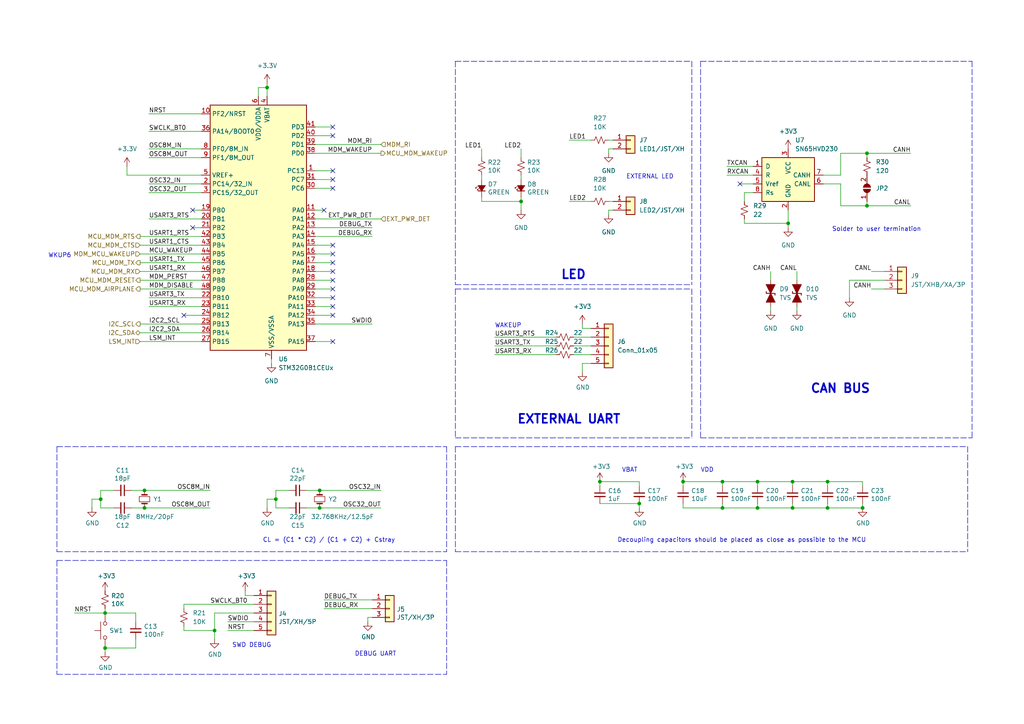
<source format=kicad_sch>
(kicad_sch (version 20211123) (generator eeschema)
  (paper "A4")
  (lib_symbols
    (symbol "+3.3V_1" (power) (pin_names (offset 0))
      (property "Value" "+3.3V_1" (at 0 3.556 0))
      (symbol "+3.3V_1_0_1"
        (polyline (pts (xy -0.762 1.27) (xy 0 2.54)))
        (polyline (pts (xy 0 0) (xy 0 2.54)))
        (polyline (pts (xy 0 2.54) (xy 0.762 1.27)))
      )
      (symbol "+3.3V_1_1_1"
        (pin power_in line (at 0 0 90) (length 0) hide (name "+3.3V") (number "1"))
      )
    )
    (symbol "Connector_Generic:Conn_01x02" (pin_names (offset 1.016) hide)
      (property "Reference" "J" (at 0 2.54 0))
      (property "Value" "Conn_01x02" (at 0 -5.08 0))
      (symbol "Conn_01x02_1_1"
        (rectangle (start -1.27 -2.413) (end 0 -2.667) (stroke (width 0.1524)))
        (rectangle (start -1.27 0.127) (end 0 -0.127) (stroke (width 0.1524)))
        (rectangle (start -1.27 1.27) (end 1.27 -3.81) (stroke (width 0.254)) (fill (type background)))
        (pin passive line (at -5.08 0 0) (length 3.81) (name "Pin_1") (number "1"))
        (pin passive line (at -5.08 -2.54 0) (length 3.81) (name "Pin_2") (number "2"))
      )
    )
    (symbol "Connector_Generic:Conn_01x03" (pin_names (offset 1.016) hide)
      (property "Reference" "J" (at 0 5.08 0))
      (property "Value" "Conn_01x03" (at 0 -5.08 0))
      (symbol "Conn_01x03_1_1"
        (rectangle (start -1.27 -2.413) (end 0 -2.667) (stroke (width 0.1524)))
        (rectangle (start -1.27 0.127) (end 0 -0.127) (stroke (width 0.1524)))
        (rectangle (start -1.27 2.667) (end 0 2.413) (stroke (width 0.1524)))
        (rectangle (start -1.27 3.81) (end 1.27 -3.81) (stroke (width 0.254)) (fill (type background)))
        (pin passive line (at -5.08 2.54 0) (length 3.81) (name "Pin_1") (number "1"))
        (pin passive line (at -5.08 0 0) (length 3.81) (name "Pin_2") (number "2"))
        (pin passive line (at -5.08 -2.54 0) (length 3.81) (name "Pin_3") (number "3"))
      )
    )
    (symbol "Connector_Generic:Conn_01x05" (pin_names (offset 1.016) hide)
      (property "Reference" "J" (at 0 7.62 0))
      (property "Value" "Conn_01x05" (at 0 -7.62 0))
      (symbol "Conn_01x05_1_1"
        (rectangle (start -1.27 -4.953) (end 0 -5.207) (stroke (width 0.1524)))
        (rectangle (start -1.27 -2.413) (end 0 -2.667) (stroke (width 0.1524)))
        (rectangle (start -1.27 0.127) (end 0 -0.127) (stroke (width 0.1524)))
        (rectangle (start -1.27 2.667) (end 0 2.413) (stroke (width 0.1524)))
        (rectangle (start -1.27 5.207) (end 0 4.953) (stroke (width 0.1524)))
        (rectangle (start -1.27 6.35) (end 1.27 -6.35) (stroke (width 0.254)) (fill (type background)))
        (pin passive line (at -5.08 5.08 0) (length 3.81) (name "Pin_1") (number "1"))
        (pin passive line (at -5.08 2.54 0) (length 3.81) (name "Pin_2") (number "2"))
        (pin passive line (at -5.08 0 0) (length 3.81) (name "Pin_3") (number "3"))
        (pin passive line (at -5.08 -2.54 0) (length 3.81) (name "Pin_4") (number "4"))
        (pin passive line (at -5.08 -5.08 0) (length 3.81) (name "Pin_5") (number "5"))
      )
    )
    (symbol "Device:C_Small" (pin_numbers hide) (pin_names (offset 0.254) hide)
      (property "Reference" "C" (at 0.254 1.778 0))
      (property "Value" "C_Small" (at 0.254 -2.032 0))
      (symbol "C_Small_0_1"
        (polyline (pts (xy -1.524 -0.508) (xy 1.524 -0.508)) (stroke (width 0.3302)))
        (polyline (pts (xy -1.524 0.508) (xy 1.524 0.508)) (stroke (width 0.3048)))
      )
      (symbol "C_Small_1_1"
        (pin passive line (at 0 2.54 270) (length 2.032) (name "~") (number "1"))
        (pin passive line (at 0 -2.54 90) (length 2.032) (name "~") (number "2"))
      )
    )
    (symbol "Device:Crystal_Small" (pin_numbers hide) (pin_names (offset 1.016) hide)
      (property "Reference" "Y" (at 0 2.54 0))
      (property "Value" "Crystal_Small" (at 0 -2.54 0))
      (symbol "Crystal_Small_0_1"
        (rectangle (start -0.762 -1.524) (end 0.762 1.524))
        (polyline (pts (xy -1.27 -0.762) (xy -1.27 0.762)) (stroke (width 0.381)))
        (polyline (pts (xy 1.27 -0.762) (xy 1.27 0.762)) (stroke (width 0.381)))
      )
      (symbol "Crystal_Small_1_1"
        (pin passive line (at -2.54 0 0) (length 1.27) (name "1") (number "1"))
        (pin passive line (at 2.54 0 180) (length 1.27) (name "2") (number "2"))
      )
    )
    (symbol "Device:D_TVS_Filled" (pin_numbers hide) (pin_names (offset 1.016) hide)
      (property "Reference" "D" (at 0 2.54 0))
      (property "Value" "D_TVS_Filled" (at 0 -2.54 0))
      (symbol "D_TVS_Filled_0_1"
        (polyline (pts (xy 1.27 0) (xy -1.27 0)))
        (polyline (pts (xy -2.54 -1.27) (xy 0 0) (xy -2.54 1.27) (xy -2.54 -1.27)) (stroke (width 0.254)) (fill (type outline)))
        (polyline (pts (xy 0.508 1.27) (xy 0 1.27) (xy 0 -1.27) (xy -0.508 -1.27)) (stroke (width 0.254)))
        (polyline (pts (xy 2.54 1.27) (xy 2.54 -1.27) (xy 0 0) (xy 2.54 1.27)) (stroke (width 0.254)) (fill (type outline)))
      )
      (symbol "D_TVS_Filled_1_1"
        (pin passive line (at -3.81 0 0) (length 2.54) (name "A1") (number "1"))
        (pin passive line (at 3.81 0 180) (length 2.54) (name "A2") (number "2"))
      )
    )
    (symbol "Device:LED_Small_Filled" (pin_numbers hide) (pin_names (offset 0.254) hide)
      (property "Reference" "D" (at -1.27 3.175 0))
      (property "Value" "LED_Small_Filled" (at -4.445 -2.54 0))
      (symbol "LED_Small_Filled_0_1"
        (polyline (pts (xy -0.762 -1.016) (xy -0.762 1.016)) (stroke (width 0.254)))
        (polyline (pts (xy 1.016 0) (xy -0.762 0)))
        (polyline (pts (xy 0.762 -1.016) (xy -0.762 0) (xy 0.762 1.016) (xy 0.762 -1.016)) (stroke (width 0.254)) (fill (type outline)))
        (polyline (pts (xy 0 0.762) (xy -0.508 1.27) (xy -0.254 1.27) (xy -0.508 1.27) (xy -0.508 1.016)))
        (polyline (pts (xy 0.508 1.27) (xy 0 1.778) (xy 0.254 1.778) (xy 0 1.778) (xy 0 1.524)))
      )
      (symbol "LED_Small_Filled_1_1"
        (pin passive line (at -2.54 0 0) (length 1.778) (name "K") (number "1"))
        (pin passive line (at 2.54 0 180) (length 1.778) (name "A") (number "2"))
      )
    )
    (symbol "Device:R_Small_US" (pin_numbers hide) (pin_names (offset 0.254) hide)
      (property "Reference" "R" (at 0.762 0.508 0))
      (property "Value" "R_Small_US" (at 0.762 -1.016 0))
      (symbol "R_Small_US_1_1"
        (polyline (pts (xy 0 0) (xy 1.016 -0.381) (xy 0 -0.762) (xy -1.016 -1.143) (xy 0 -1.524)))
        (polyline (pts (xy 0 1.524) (xy 1.016 1.143) (xy 0 0.762) (xy -1.016 0.381) (xy 0 0)))
        (pin passive line (at 0 2.54 270) (length 1.016) (name "~") (number "1"))
        (pin passive line (at 0 -2.54 90) (length 1.016) (name "~") (number "2"))
      )
    )
    (symbol "Interface_CAN_LIN:SN65HVD230" (pin_names (offset 1.016))
      (property "Reference" "U" (at -2.54 10.16 0))
      (property "Value" "SN65HVD230" (at -2.54 7.62 0))
      (symbol "SN65HVD230_0_1"
        (rectangle (start -7.62 5.08) (end 7.62 -7.62) (stroke (width 0.254)) (fill (type background)))
      )
      (symbol "SN65HVD230_1_1"
        (pin input line (at -10.16 2.54 0) (length 2.54) (name "D") (number "1"))
        (pin power_in line (at 0 -10.16 90) (length 2.54) (name "GND") (number "2"))
        (pin power_in line (at 0 7.62 270) (length 2.54) (name "VCC") (number "3"))
        (pin output line (at -10.16 0 0) (length 2.54) (name "R") (number "4"))
        (pin output line (at -10.16 -2.54 0) (length 2.54) (name "Vref") (number "5"))
        (pin bidirectional line (at 10.16 -2.54 180) (length 2.54) (name "CANL") (number "6"))
        (pin bidirectional line (at 10.16 0 180) (length 2.54) (name "CANH") (number "7"))
        (pin input line (at -10.16 -5.08 0) (length 2.54) (name "Rs") (number "8"))
      )
    )
    (symbol "Jumper:SolderJumper_2_Open" (pin_names (offset 0) hide)
      (property "Reference" "JP" (at 0 2.032 0))
      (property "Value" "SolderJumper_2_Open" (at 0 -2.54 0))
      (symbol "SolderJumper_2_Open_0_1"
        (arc (start -0.254 1.016) (mid -1.27 0) (end -0.254 -1.016))
        (arc (start -0.254 1.016) (mid -1.27 0) (end -0.254 -1.016) (fill (type outline)))
        (polyline (pts (xy -0.254 1.016) (xy -0.254 -1.016)))
        (polyline (pts (xy 0.254 1.016) (xy 0.254 -1.016)))
        (arc (start 0.254 -1.016) (mid 1.27 0) (end 0.254 1.016))
        (arc (start 0.254 -1.016) (mid 1.27 0) (end 0.254 1.016) (fill (type outline)))
      )
      (symbol "SolderJumper_2_Open_1_1"
        (pin passive line (at -3.81 0 0) (length 2.54) (name "A") (number "1"))
        (pin passive line (at 3.81 0 180) (length 2.54) (name "B") (number "2"))
      )
    )
    (symbol "Switch:SW_Push" (pin_numbers hide) (pin_names (offset 1.016) hide)
      (property "Reference" "SW" (at 1.27 2.54 0))
      (property "Value" "SW_Push" (at 0 -1.524 0))
      (symbol "SW_Push_0_1"
        (circle (center -2.032 0) (radius 0.508))
        (polyline (pts (xy 0 1.27) (xy 0 3.048)))
        (polyline (pts (xy 2.54 1.27) (xy -2.54 1.27)))
        (circle (center 2.032 0) (radius 0.508))
        (pin passive line (at -5.08 0 0) (length 2.54) (name "1") (number "1"))
        (pin passive line (at 5.08 0 180) (length 2.54) (name "2") (number "2"))
      )
    )
    (symbol "power:+3.3V" (power) (pin_names (offset 0))
      (property "Value" "+3.3V" (at 0 3.556 0))
      (symbol "+3.3V_0_1"
        (polyline (pts (xy -0.762 1.27) (xy 0 2.54)))
        (polyline (pts (xy 0 0) (xy 0 2.54)))
        (polyline (pts (xy 0 2.54) (xy 0.762 1.27)))
      )
      (symbol "+3.3V_1_1"
        (pin power_in line (at 0 0 90) (length 0) hide (name "+3V3") (number "1"))
      )
    )
    (symbol "power:GND" (power) (pin_names (offset 0))
      (property "Value" "GND" (at 0 -3.81 0))
      (symbol "GND_0_1"
        (polyline (pts (xy 0 0) (xy 0 -1.27) (xy 1.27 -1.27) (xy 0 -2.54) (xy -1.27 -1.27) (xy 0 -1.27)))
      )
      (symbol "GND_1_1"
        (pin power_in line (at 0 0 270) (length 0) hide (name "GND") (number "1"))
      )
    )
    (symbol "project-lib:STM32G0B1CEUx"
      (property "Reference" "U" (at -15.24 36.83 0))
      (property "Value" "STM32G0B1CEUx" (at 7.62 36.83 0))
      (symbol "STM32G0B1CEUx_0_0"
        (pin bidirectional line (at 15.24 11.43 180) (length 2.54) (name "PC6") (number "30"))
        (pin bidirectional line (at 15.24 13.97 180) (length 2.54) (name "PC7") (number "31"))
        (pin bidirectional line (at 15.24 21.59 180) (length 2.54) (name "PD0") (number "38"))
        (pin bidirectional line (at 15.24 24.13 180) (length 2.54) (name "PD1") (number "39"))
        (pin power_in line (at 1.27 38.1 270) (length 2.54) (name "VBAT") (number "4"))
        (pin bidirectional line (at 15.24 26.67 180) (length 2.54) (name "PD2") (number "40"))
        (pin bidirectional line (at 15.24 29.21 180) (length 2.54) (name "PD3") (number "41"))
        (pin power_in line (at -17.78 15.24 0) (length 2.54) (name "VREF+") (number "5"))
      )
      (symbol "STM32G0B1CEUx_0_1"
        (rectangle (start -15.24 -35.56) (end 12.7 35.56) (stroke (width 0.254)) (fill (type background)))
      )
      (symbol "STM32G0B1CEUx_1_1"
        (pin bidirectional line (at 15.24 16.51 180) (length 2.54) (name "PC13") (number "1"))
        (pin input line (at -17.78 33.02 0) (length 2.54) (name "PF2/NRST") (number "10"))
        (pin bidirectional line (at 15.24 5.08 180) (length 2.54) (name "PA0") (number "11"))
        (pin bidirectional line (at 15.24 2.54 180) (length 2.54) (name "PA1") (number "12"))
        (pin bidirectional line (at 15.24 0 180) (length 2.54) (name "PA2") (number "13"))
        (pin bidirectional line (at 15.24 -2.54 180) (length 2.54) (name "PA3") (number "14"))
        (pin bidirectional line (at 15.24 -5.08 180) (length 2.54) (name "PA4") (number "15"))
        (pin bidirectional line (at 15.24 -7.62 180) (length 2.54) (name "PA5") (number "16"))
        (pin bidirectional line (at 15.24 -10.16 180) (length 2.54) (name "PA6") (number "17"))
        (pin bidirectional line (at 15.24 -12.7 180) (length 2.54) (name "PA7") (number "18"))
        (pin bidirectional line (at -17.78 5.08 0) (length 2.54) (name "PB0") (number "19"))
        (pin bidirectional line (at -17.78 12.7 0) (length 2.54) (name "PC14/32_IN") (number "2"))
        (pin bidirectional line (at -17.78 2.54 0) (length 2.54) (name "PB1") (number "20"))
        (pin bidirectional line (at -17.78 0 0) (length 2.54) (name "PB2") (number "21"))
        (pin bidirectional line (at -17.78 -20.32 0) (length 2.54) (name "PB10") (number "22"))
        (pin bidirectional line (at -17.78 -22.86 0) (length 2.54) (name "PB11") (number "23"))
        (pin bidirectional line (at -17.78 -25.4 0) (length 2.54) (name "PB12") (number "24"))
        (pin bidirectional line (at -17.78 -27.94 0) (length 2.54) (name "PB13") (number "25"))
        (pin bidirectional line (at -17.78 -30.48 0) (length 2.54) (name "PB14") (number "26"))
        (pin bidirectional line (at -17.78 -33.02 0) (length 2.54) (name "PB15") (number "27"))
        (pin bidirectional line (at 15.24 -15.24 180) (length 2.54) (name "PA8") (number "28"))
        (pin bidirectional line (at 15.24 -17.78 180) (length 2.54) (name "PA9") (number "29"))
        (pin bidirectional line (at -17.78 10.16 0) (length 2.54) (name "PC15/32_OUT") (number "3"))
        (pin bidirectional line (at 15.24 -20.32 180) (length 2.54) (name "PA10") (number "32"))
        (pin bidirectional line (at 15.24 -22.86 180) (length 2.54) (name "PA11") (number "33"))
        (pin bidirectional line (at 15.24 -25.4 180) (length 2.54) (name "PA12") (number "34"))
        (pin bidirectional line (at 15.24 -27.94 180) (length 2.54) (name "PA13") (number "35"))
        (pin input line (at -17.78 27.94 0) (length 2.54) (name "PA14/BOOT0") (number "36"))
        (pin bidirectional line (at 15.24 -33.02 180) (length 2.54) (name "PA15") (number "37"))
        (pin bidirectional line (at -17.78 -2.54 0) (length 2.54) (name "PB3") (number "42"))
        (pin bidirectional line (at -17.78 -5.08 0) (length 2.54) (name "PB4") (number "43"))
        (pin bidirectional line (at -17.78 -7.62 0) (length 2.54) (name "PB5") (number "44"))
        (pin bidirectional line (at -17.78 -10.16 0) (length 2.54) (name "PB6") (number "45"))
        (pin bidirectional line (at -17.78 -12.7 0) (length 2.54) (name "PB7") (number "46"))
        (pin bidirectional line (at -17.78 -15.24 0) (length 2.54) (name "PB8") (number "47"))
        (pin bidirectional line (at -17.78 -17.78 0) (length 2.54) (name "PB9") (number "48"))
        (pin power_in line (at -1.27 38.1 270) (length 2.54) (name "VDD/VDDA") (number "6"))
        (pin power_in line (at 2.54 -38.1 90) (length 2.54) (name "VSS/VSSA") (number "7"))
        (pin input line (at -17.78 22.86 0) (length 2.54) (name "PF0/8M_IN") (number "8"))
        (pin input line (at -17.78 20.32 0) (length 2.54) (name "PF1/8M_OUT") (number "9"))
      )
    )
  )
  (junction (at 240.03 147.32))
  (junction (at 229.87 139.7))
  (junction (at 77.47 25.4))
  (junction (at 209.55 139.7))
  (junction (at 151.13 58.42))
  (junction (at 250.19 147.32))
  (junction (at 219.71 139.7))
  (junction (at 251.46 44.45))
  (junction (at 198.12 139.7))
  (junction (at 92.71 142.24))
  (junction (at 41.91 142.24))
  (junction (at 229.87 147.32))
  (junction (at 92.71 147.32))
  (junction (at 41.91 147.32))
  (junction (at 80.01 144.78))
  (junction (at 209.55 147.32))
  (junction (at 30.48 187.96))
  (junction (at 219.71 147.32))
  (junction (at 251.46 59.69))
  (junction (at 30.48 177.8))
  (junction (at 228.6 64.77))
  (junction (at 185.42 146.05))
  (junction (at 62.23 182.88))
  (junction (at 240.03 139.7))
  (junction (at 173.99 139.7))
  (junction (at 29.21 144.78))
  (no_connect (at 96.52 88.9))
  (no_connect (at 96.52 73.66))
  (no_connect (at 55.88 60.96))
  (no_connect (at 96.52 36.83))
  (no_connect (at 96.52 78.74))
  (no_connect (at 55.88 66.04))
  (no_connect (at 96.52 52.07))
  (no_connect (at 96.52 49.53))
  (no_connect (at 96.52 81.28))
  (no_connect (at 96.52 83.82))
  (no_connect (at 96.52 91.44))
  (no_connect (at 96.52 39.37))
  (no_connect (at 96.52 86.36))
  (no_connect (at 96.52 99.06))
  (no_connect (at 96.52 71.12))
  (no_connect (at 214.63 53.34))
  (no_connect (at 96.52 54.61))
  (no_connect (at 96.52 76.2))
  (no_connect (at 53.34 91.44))
  (no_connect (at 93.98 60.96))
  (polyline (pts (xy 203.2 127) (xy 281.94 127)))
  (wire (pts (xy 58.42 93.98) (xy 40.64 93.98)))
  (wire (pts (xy 166.37 97.79) (xy 171.45 97.79)))
  (wire (pts (xy 39.37 187.96) (xy 30.48 187.96)))
  (polyline (pts (xy 16.51 160.02) (xy 129.54 160.02)))
  (wire (pts (xy 91.44 93.98) (xy 107.95 93.98)))
  (wire (pts (xy 40.64 73.66) (xy 58.42 73.66)))
  (wire (pts (xy 41.91 142.24) (xy 60.96 142.24)))
  (wire (pts (xy 228.6 66.04) (xy 228.6 64.77)))
  (wire (pts (xy 229.87 139.7) (xy 229.87 140.97)))
  (wire (pts (xy 62.23 177.8) (xy 62.23 182.88)))
  (wire (pts (xy 40.64 99.06) (xy 58.42 99.06)))
  (wire (pts (xy 53.34 182.88) (xy 62.23 182.88)))
  (wire (pts (xy 91.44 81.28) (xy 96.52 81.28)))
  (wire (pts (xy 223.52 88.9) (xy 223.52 90.17)))
  (wire (pts (xy 91.44 78.74) (xy 96.52 78.74)))
  (wire (pts (xy 83.82 147.32) (xy 80.01 147.32)))
  (wire (pts (xy 256.54 81.28) (xy 246.38 81.28)))
  (wire (pts (xy 92.71 142.24) (xy 110.49 142.24)))
  (wire (pts (xy 240.03 139.7) (xy 250.19 139.7)))
  (wire (pts (xy 185.42 146.05) (xy 173.99 146.05)))
  (wire (pts (xy 73.66 172.72) (xy 71.12 172.72)))
  (wire (pts (xy 58.42 88.9) (xy 43.18 88.9)))
  (wire (pts (xy 251.46 44.45) (xy 264.16 44.45)))
  (wire (pts (xy 40.64 76.2) (xy 58.42 76.2)))
  (wire (pts (xy 250.19 139.7) (xy 250.19 140.97)))
  (wire (pts (xy 91.44 73.66) (xy 96.52 73.66)))
  (wire (pts (xy 151.13 58.42) (xy 151.13 60.96)))
  (wire (pts (xy 80.01 144.78) (xy 80.01 142.24)))
  (wire (pts (xy 58.42 66.04) (xy 55.88 66.04)))
  (wire (pts (xy 78.74 105.41) (xy 78.74 104.14)))
  (wire (pts (xy 252.73 83.82) (xy 256.54 83.82)))
  (wire (pts (xy 185.42 139.7) (xy 185.42 140.97)))
  (polyline (pts (xy 200.66 83.82) (xy 200.66 127)))
  (polyline (pts (xy 281.94 17.78) (xy 281.94 127)))
  (wire (pts (xy 243.84 59.69) (xy 251.46 59.69)))
  (wire (pts (xy 229.87 139.7) (xy 240.03 139.7)))
  (wire (pts (xy 29.21 147.32) (xy 29.21 144.78)))
  (wire (pts (xy 53.34 181.61) (xy 53.34 182.88)))
  (wire (pts (xy 252.73 78.74) (xy 256.54 78.74)))
  (wire (pts (xy 209.55 147.32) (xy 219.71 147.32)))
  (wire (pts (xy 151.13 50.8) (xy 151.13 52.07)))
  (polyline (pts (xy 129.54 129.54) (xy 129.54 160.02)))
  (wire (pts (xy 91.44 44.45) (xy 110.49 44.45)))
  (wire (pts (xy 139.7 58.42) (xy 151.13 58.42)))
  (wire (pts (xy 168.91 105.41) (xy 171.45 105.41)))
  (wire (pts (xy 43.18 38.1) (xy 58.42 38.1)))
  (wire (pts (xy 80.01 147.32) (xy 80.01 144.78)))
  (wire (pts (xy 33.02 147.32) (xy 29.21 147.32)))
  (wire (pts (xy 91.44 68.58) (xy 107.95 68.58)))
  (wire (pts (xy 168.91 105.41) (xy 168.91 107.95)))
  (wire (pts (xy 58.42 55.88) (xy 43.18 55.88)))
  (wire (pts (xy 250.19 147.32) (xy 250.19 146.05)))
  (wire (pts (xy 251.46 58.42) (xy 251.46 59.69)))
  (wire (pts (xy 39.37 185.42) (xy 39.37 187.96)))
  (polyline (pts (xy 132.08 83.82) (xy 200.66 83.82)))
  (wire (pts (xy 107.95 176.53) (xy 93.98 176.53)))
  (wire (pts (xy 240.03 139.7) (xy 240.03 140.97)))
  (wire (pts (xy 219.71 139.7) (xy 219.71 140.97)))
  (wire (pts (xy 107.95 173.99) (xy 93.98 173.99)))
  (wire (pts (xy 219.71 139.7) (xy 229.87 139.7)))
  (wire (pts (xy 166.37 102.87) (xy 171.45 102.87)))
  (polyline (pts (xy 203.2 17.78) (xy 203.2 127)))
  (wire (pts (xy 161.29 100.33) (xy 143.51 100.33)))
  (wire (pts (xy 58.42 50.8) (xy 36.83 50.8)))
  (wire (pts (xy 29.21 144.78) (xy 26.67 144.78)))
  (wire (pts (xy 229.87 147.32) (xy 240.03 147.32)))
  (wire (pts (xy 91.44 36.83) (xy 96.52 36.83)))
  (polyline (pts (xy 129.54 162.56) (xy 129.54 195.58)))
  (wire (pts (xy 62.23 182.88) (xy 62.23 185.42)))
  (wire (pts (xy 58.42 91.44) (xy 53.34 91.44)))
  (wire (pts (xy 43.18 33.02) (xy 58.42 33.02)))
  (wire (pts (xy 161.29 102.87) (xy 143.51 102.87)))
  (wire (pts (xy 243.84 50.8) (xy 243.84 44.45)))
  (wire (pts (xy 215.9 55.88) (xy 215.9 58.42)))
  (wire (pts (xy 58.42 96.52) (xy 40.64 96.52)))
  (wire (pts (xy 151.13 57.15) (xy 151.13 58.42)))
  (wire (pts (xy 74.93 25.4) (xy 77.47 25.4)))
  (wire (pts (xy 29.21 144.78) (xy 29.21 142.24)))
  (wire (pts (xy 243.84 53.34) (xy 243.84 59.69)))
  (wire (pts (xy 66.04 180.34) (xy 73.66 180.34)))
  (wire (pts (xy 173.99 139.7) (xy 173.99 140.97)))
  (wire (pts (xy 58.42 45.72) (xy 43.18 45.72)))
  (polyline (pts (xy 16.51 129.54) (xy 16.51 160.02)))
  (wire (pts (xy 229.87 147.32) (xy 229.87 146.05)))
  (wire (pts (xy 58.42 53.34) (xy 43.18 53.34)))
  (wire (pts (xy 92.71 142.24) (xy 88.9 142.24)))
  (wire (pts (xy 198.12 147.32) (xy 198.12 146.05)))
  (wire (pts (xy 177.8 43.18) (xy 176.53 43.18)))
  (wire (pts (xy 251.46 44.45) (xy 251.46 45.72)))
  (polyline (pts (xy 16.51 195.58) (xy 129.54 195.58)))
  (wire (pts (xy 91.44 60.96) (xy 93.98 60.96)))
  (wire (pts (xy 58.42 43.18) (xy 43.18 43.18)))
  (wire (pts (xy 210.82 50.8) (xy 218.44 50.8)))
  (wire (pts (xy 215.9 63.5) (xy 215.9 64.77)))
  (wire (pts (xy 177.8 40.64) (xy 176.53 40.64)))
  (polyline (pts (xy 132.08 127) (xy 200.66 127)))
  (wire (pts (xy 26.67 144.78) (xy 26.67 147.32)))
  (wire (pts (xy 30.48 177.8) (xy 39.37 177.8)))
  (wire (pts (xy 143.51 97.79) (xy 161.29 97.79)))
  (wire (pts (xy 41.91 147.32) (xy 38.1 147.32)))
  (wire (pts (xy 91.44 49.53) (xy 96.52 49.53)))
  (wire (pts (xy 218.44 55.88) (xy 215.9 55.88)))
  (wire (pts (xy 223.52 78.74) (xy 223.52 81.28)))
  (wire (pts (xy 209.55 147.32) (xy 209.55 146.05)))
  (wire (pts (xy 73.66 177.8) (xy 62.23 177.8)))
  (wire (pts (xy 251.46 59.69) (xy 264.16 59.69)))
  (wire (pts (xy 139.7 57.15) (xy 139.7 58.42)))
  (wire (pts (xy 21.59 177.8) (xy 30.48 177.8)))
  (wire (pts (xy 214.63 53.34) (xy 218.44 53.34)))
  (wire (pts (xy 40.64 78.74) (xy 58.42 78.74)))
  (wire (pts (xy 41.91 147.32) (xy 60.96 147.32)))
  (wire (pts (xy 171.45 95.25) (xy 168.91 95.25)))
  (wire (pts (xy 43.18 63.5) (xy 58.42 63.5)))
  (wire (pts (xy 36.83 48.26) (xy 36.83 50.8)))
  (wire (pts (xy 246.38 81.28) (xy 246.38 86.36)))
  (polyline (pts (xy 132.08 160.02) (xy 280.67 160.02)))
  (wire (pts (xy 91.44 76.2) (xy 96.52 76.2)))
  (wire (pts (xy 228.6 60.96) (xy 228.6 64.77)))
  (wire (pts (xy 91.44 83.82) (xy 96.52 83.82)))
  (wire (pts (xy 30.48 189.23) (xy 30.48 187.96)))
  (wire (pts (xy 53.34 175.26) (xy 73.66 175.26)))
  (wire (pts (xy 29.21 142.24) (xy 33.02 142.24)))
  (wire (pts (xy 198.12 139.7) (xy 209.55 139.7)))
  (wire (pts (xy 139.7 43.18) (xy 139.7 45.72)))
  (wire (pts (xy 240.03 147.32) (xy 240.03 146.05)))
  (wire (pts (xy 219.71 147.32) (xy 229.87 147.32)))
  (wire (pts (xy 74.93 27.94) (xy 74.93 25.4)))
  (wire (pts (xy 165.1 40.64) (xy 171.45 40.64)))
  (wire (pts (xy 77.47 24.13) (xy 77.47 25.4)))
  (wire (pts (xy 91.44 86.36) (xy 96.52 86.36)))
  (wire (pts (xy 91.44 71.12) (xy 96.52 71.12)))
  (wire (pts (xy 209.55 139.7) (xy 219.71 139.7)))
  (wire (pts (xy 176.53 60.96) (xy 176.53 62.23)))
  (wire (pts (xy 198.12 139.7) (xy 198.12 140.97)))
  (wire (pts (xy 30.48 177.8) (xy 30.48 176.53)))
  (wire (pts (xy 80.01 142.24) (xy 83.82 142.24)))
  (wire (pts (xy 215.9 64.77) (xy 228.6 64.77)))
  (wire (pts (xy 91.44 88.9) (xy 96.52 88.9)))
  (wire (pts (xy 92.71 147.32) (xy 110.49 147.32)))
  (wire (pts (xy 41.91 142.24) (xy 38.1 142.24)))
  (wire (pts (xy 165.1 58.42) (xy 171.45 58.42)))
  (wire (pts (xy 91.44 39.37) (xy 96.52 39.37)))
  (wire (pts (xy 177.8 60.96) (xy 176.53 60.96)))
  (polyline (pts (xy 132.08 83.82) (xy 132.08 127)))
  (wire (pts (xy 168.91 93.98) (xy 168.91 95.25)))
  (polyline (pts (xy 280.67 129.54) (xy 280.67 160.02)))
  (wire (pts (xy 40.64 71.12) (xy 58.42 71.12)))
  (wire (pts (xy 91.44 63.5) (xy 110.49 63.5)))
  (wire (pts (xy 107.95 179.07) (xy 106.68 179.07)))
  (wire (pts (xy 39.37 177.8) (xy 39.37 180.34)))
  (wire (pts (xy 91.44 41.91) (xy 110.49 41.91)))
  (wire (pts (xy 198.12 147.32) (xy 209.55 147.32)))
  (wire (pts (xy 243.84 44.45) (xy 251.46 44.45)))
  (polyline (pts (xy 16.51 162.56) (xy 129.54 162.56)))
  (wire (pts (xy 53.34 175.26) (xy 53.34 176.53)))
  (wire (pts (xy 219.71 147.32) (xy 219.71 146.05)))
  (wire (pts (xy 176.53 43.18) (xy 176.53 44.45)))
  (wire (pts (xy 173.99 139.7) (xy 185.42 139.7)))
  (polyline (pts (xy 200.66 17.78) (xy 200.66 82.55)))
  (polyline (pts (xy 132.08 82.55) (xy 200.66 82.55)))
  (polyline (pts (xy 16.51 129.54) (xy 129.54 129.54)))
  (wire (pts (xy 240.03 147.32) (xy 250.19 147.32)))
  (polyline (pts (xy 132.08 129.54) (xy 280.67 129.54)))
  (wire (pts (xy 71.12 172.72) (xy 71.12 171.45)))
  (wire (pts (xy 151.13 43.18) (xy 151.13 45.72)))
  (wire (pts (xy 176.53 58.42) (xy 177.8 58.42)))
  (wire (pts (xy 238.76 53.34) (xy 243.84 53.34)))
  (wire (pts (xy 58.42 86.36) (xy 43.18 86.36)))
  (wire (pts (xy 77.47 25.4) (xy 77.47 27.94)))
  (wire (pts (xy 40.64 81.28) (xy 58.42 81.28)))
  (polyline (pts (xy 203.2 17.78) (xy 281.94 17.78)))
  (wire (pts (xy 91.44 91.44) (xy 96.52 91.44)))
  (wire (pts (xy 185.42 147.32) (xy 185.42 146.05)))
  (wire (pts (xy 40.64 83.82) (xy 58.42 83.82)))
  (wire (pts (xy 139.7 50.8) (xy 139.7 52.07)))
  (wire (pts (xy 210.82 48.26) (xy 218.44 48.26)))
  (wire (pts (xy 238.76 50.8) (xy 243.84 50.8)))
  (polyline (pts (xy 132.08 129.54) (xy 132.08 160.02)))
  (wire (pts (xy 106.68 179.07) (xy 106.68 180.34)))
  (wire (pts (xy 209.55 139.7) (xy 209.55 140.97)))
  (wire (pts (xy 58.42 60.96) (xy 55.88 60.96)))
  (wire (pts (xy 77.47 144.78) (xy 77.47 147.32)))
  (wire (pts (xy 91.44 99.06) (xy 96.52 99.06)))
  (wire (pts (xy 40.64 68.58) (xy 58.42 68.58)))
  (polyline (pts (xy 16.51 162.56) (xy 16.51 195.58)))
  (wire (pts (xy 166.37 100.33) (xy 171.45 100.33)))
  (wire (pts (xy 231.14 78.74) (xy 231.14 81.28)))
  (wire (pts (xy 66.04 182.88) (xy 73.66 182.88)))
  (wire (pts (xy 80.01 144.78) (xy 77.47 144.78)))
  (wire (pts (xy 231.14 88.9) (xy 231.14 90.17)))
  (wire (pts (xy 91.44 52.07) (xy 96.52 52.07)))
  (wire (pts (xy 91.44 54.61) (xy 96.52 54.61)))
  (polyline (pts (xy 132.08 17.78) (xy 132.08 82.55)))
  (wire (pts (xy 92.71 147.32) (xy 88.9 147.32)))
  (wire (pts (xy 91.44 66.04) (xy 107.95 66.04)))
  (polyline (pts (xy 132.08 17.78) (xy 200.66 17.78)))
  (text "WAKEUP" (at 143.51 95.25 0) (effects (font (size 1.27 1.27)) (justify left bottom)))
  (text "EXTERNAL UART" (at 149.86 123.19 0) (effects (font (size 2.54 2.54) (thickness 0.508) bold) (justify left bottom)))
  (text "CL = (C1 * C2) / (C1 + C2) + Cstray" (at 76.2 157.48 0) (effects (font (size 1.27 1.27)) (justify left bottom)))
  (text "SWD DEBUG" (at 67.31 187.96 0) (effects (font (size 1.27 1.27)) (justify left bottom)))
  (text "VBAT" (at 180.34 137.16 0) (effects (font (size 1.27 1.27)) (justify left bottom)))
  (text "Decoupling capacitors should be placed as close as possible to the MCU" (at 179.07 157.48 0) (effects (font (size 1.27 1.27)) (justify left bottom)))
  (text "LED" (at 162.56 81.28 0) (effects (font (size 2.54 2.54) (thickness 0.508) bold) (justify left bottom)))
  (text "CAN BUS" (at 234.95 114.3 0) (effects (font (size 2.54 2.54) (thickness 0.508) bold) (justify left bottom)))
  (text "VDD" (at 203.2 137.16 0) (effects (font (size 1.27 1.27)) (justify left bottom)))
  (text "Solder to user termination" (at 241.3 67.31 0) (effects (font (size 1.27 1.27)) (justify left bottom)))
  (text "EXTERNAL LED" (at 181.61 52.07 0) (effects (font (size 1.27 1.27)) (justify left bottom)))
  (text "WKUP6" (at 13.97 74.93 0) (effects (font (size 1.27 1.27)) (justify left bottom)))
  (text "DEBUG UART" (at 102.87 190.5 0) (effects (font (size 1.27 1.27)) (justify left bottom)))
  (label "MCU_WAKEUP" (at 43.18 73.66 0))
  (label "USART1_RTS" (at 43.18 68.58 0))
  (label "LED1" (at 165.1 40.64 0))
  (label "DEBUG_RX" (at 93.98 176.53 0))
  (label "LED1" (at 139.7 43.18 180))
  (label "USART3_TX" (at 43.18 86.36 0))
  (label "EXT_PWR_DET" (at 107.95 63.5 180))
  (label "DEBUG_TX" (at 107.95 66.04 180))
  (label "CANL" (at 252.73 78.74 180))
  (label "SWDIO" (at 107.95 93.98 180))
  (label "TXCAN" (at 210.82 48.26 0))
  (label "SWCLK_BT0" (at 60.96 175.26 0))
  (label "RXCAN" (at 210.82 50.8 0))
  (label "USART1_TX" (at 43.18 76.2 0))
  (label "USART1_CTS" (at 43.18 71.12 0))
  (label "OSC8M_IN" (at 60.96 142.24 180))
  (label "CANH" (at 223.52 78.74 180))
  (label "DEBUG_TX" (at 93.98 173.99 0))
  (label "OSC32_OUT" (at 110.49 147.32 180))
  (label "OSC8M_IN" (at 43.18 43.18 0))
  (label "OSC32_IN" (at 110.49 142.24 180))
  (label "LED2" (at 165.1 58.42 0))
  (label "I2C2_SCL" (at 43.18 93.98 0))
  (label "CANL" (at 264.16 59.69 180))
  (label "LED2" (at 151.13 43.18 180))
  (label "USART1_RX" (at 43.18 78.74 0))
  (label "OSC8M_OUT" (at 60.96 147.32 180))
  (label "LSM_INT" (at 43.18 99.06 0))
  (label "MDM_WAKEUP" (at 107.95 44.45 180))
  (label "NRST" (at 21.59 177.8 0))
  (label "MDM_PERST" (at 43.18 81.28 0))
  (label "DEBUG_RX" (at 107.95 68.58 180))
  (label "USART3_TX" (at 143.51 100.33 0))
  (label "USART3_RX" (at 43.18 88.9 0))
  (label "CANH" (at 264.16 44.45 180))
  (label "CANH" (at 252.73 83.82 180))
  (label "USART3_RX" (at 143.51 102.87 0))
  (label "OSC32_IN" (at 43.18 53.34 0))
  (label "I2C2_SDA" (at 43.18 96.52 0))
  (label "OSC32_OUT" (at 43.18 55.88 0))
  (label "MDM_RI" (at 107.95 41.91 180))
  (label "USART3_RTS" (at 143.51 97.79 0))
  (label "MDM_DISABLE" (at 43.18 83.82 0))
  (label "NRST" (at 43.18 33.02 0))
  (label "SWDIO" (at 66.04 180.34 0))
  (label "NRST" (at 66.04 182.88 0))
  (label "CANL" (at 231.14 78.74 180))
  (label "OSC8M_OUT" (at 43.18 45.72 0))
  (label "USART3_RTS" (at 43.18 63.5 0))
  (label "SWCLK_BT0" (at 43.18 38.1 0))
  (hierarchical_label "MCU_MDM_CTS" (shape input) (at 40.64 71.12 180))
  (hierarchical_label "I2C_SCL" (shape output) (at 40.64 93.98 180))
  (hierarchical_label "MCU_MDM_WAKEUP" (shape output) (at 110.49 44.45 0))
  (hierarchical_label "EXT_PWR_DET" (shape input) (at 110.49 63.5 0))
  (hierarchical_label "MDM_RI" (shape input) (at 110.49 41.91 0))
  (hierarchical_label "LSM_INT" (shape input) (at 40.64 99.06 180))
  (hierarchical_label "I2C_SDA" (shape bidirectional) (at 40.64 96.52 180))
  (hierarchical_label "MCU_MDM_RX" (shape input) (at 40.64 78.74 180))
  (hierarchical_label "MDM_MCU_WAKEUP" (shape input) (at 40.64 73.66 180))
  (hierarchical_label "MCU_MDM_AIRPLANE" (shape output) (at 40.64 83.82 180))
  (hierarchical_label "MCU_MDM_RESET" (shape output) (at 40.64 81.28 180))
  (hierarchical_label "MCU_MDM_RTS" (shape output) (at 40.64 68.58 180))
  (hierarchical_label "MCU_MDM_TX" (shape output) (at 40.64 76.2 180))
  (symbol (lib_id "power:+3.3V") (at 173.99 139.7 0) (unit 1)
    (property "Reference" "#PWR047" (effects hide))
    (property "Value" "+3.3V" (at 174.371 135.3058 0))
  )
  (symbol (lib_id "power:GND") (at 151.13 60.96 0) (unit 1)
    (property "Reference" "#PWR044" (effects hide))
    (property "Value" "GND" (at 151.13 66.04 0))
  )
  (symbol (lib_id "power:+3.3V") (at 30.48 171.45 0) (unit 1)
    (property "Reference" "#PWR035" (effects hide))
    (property "Value" "+3.3V" (at 30.861 167.0558 0))
  )
  (symbol (lib_id "Jumper:SolderJumper_2_Open") (at 251.46 54.61 90) (unit 1)
    (property "Reference" "JP2" (at 254 54.6099 90) (effects (justify right)))
    (property "Value" "SolderJumper_2_Open" (effects hide))
    (property "Footprint" "Jumper:SolderJumper-2_P1.3mm_Open_RoundedPad1.0x1.5mm" (effects hide))
  )
  (symbol (lib_id "Device:R_Small_US") (at 173.99 58.42 90) (unit 1)
    (property "Reference" "R28" (at 173.99 52.07 90))
    (property "Value" "10K" (at 173.99 54.61 90))
    (property "Footprint" "Resistor_SMD:R_0603_1608Metric" (effects hide))
    (property "LCSC" "C25804" (effects hide))
  )
  (symbol (lib_id "Device:C_Small") (at 240.03 143.51 0) (unit 1)
    (property "Reference" "C22" (at 242.3668 142.3416 0) (effects (justify left)))
    (property "Value" "100nF" (at 242.3668 144.653 0) (effects (justify left)))
    (property "Footprint" "Capacitor_SMD:C_0603_1608Metric" (effects hide))
    (property "LCSC" "C14663" (effects hide))
  )
  (symbol (lib_id "Device:Crystal_Small") (at 41.91 144.78 270) (unit 1)
    (property "Reference" "Y1" (at 44.45 144.78 90) (effects (justify left)))
    (property "Value" "8MHz/20pF" (at 39.37 149.86 90) (effects (justify left)))
    (property "Footprint" "Crystal:Crystal_SMD_5032-2Pin_5.0x3.2mm" (effects hide))
    (property "LCSC" "C115962" (effects hide))
    (property "Description" "SMD CRYSTAL RESONATORS 8MHZ ±10PPM SMD-5032_2P ROHS" (effects hide))
  )
  (symbol (lib_id "Device:C_Small") (at 219.71 143.51 0) (unit 1)
    (property "Reference" "C20" (at 222.0468 142.3416 0) (effects (justify left)))
    (property "Value" "100nF" (at 222.0468 144.653 0) (effects (justify left)))
    (property "Footprint" "Capacitor_SMD:C_0603_1608Metric" (effects hide))
    (property "LCSC" "C14663" (effects hide))
  )
  (symbol (lib_id "Device:R_Small_US") (at 139.7 48.26 0) (unit 1)
    (property "Reference" "R22" (at 141.4272 47.0916 0) (effects (justify left)))
    (property "Value" "10K" (at 141.4272 49.403 0) (effects (justify left)))
    (property "Footprint" "Resistor_SMD:R_0603_1608Metric" (effects hide))
    (property "LCSC" "C25804" (effects hide))
  )
  (symbol (lib_name "+3.3V_1") (lib_id "power:+3.3V") (at 36.83 48.26 0) (unit 1)
    (property "Reference" "#PWR037" (effects hide))
    (property "Value" "+3.3V" (at 36.83 43.18 0))
  )
  (symbol (lib_id "Device:R_Small_US") (at 215.9 60.96 180) (unit 1)
    (property "Reference" "R29" (at 218.44 59.6899 0) (effects (justify right)))
    (property "Value" "22" (at 218.44 62.2299 0) (effects (justify right)))
    (property "Footprint" "Resistor_SMD:R_0603_1608Metric" (effects hide))
    (property "LCSC" "C23345" (effects hide))
  )
  (symbol (lib_id "Device:C_Small") (at 35.56 142.24 270) (unit 1)
    (property "Reference" "C11" (at 35.56 136.4234 90))
    (property "Value" "18pF" (at 35.56 138.7348 90))
    (property "Footprint" "Capacitor_SMD:C_0603_1608Metric" (effects hide))
    (property "LCSC" "C1647" (effects hide))
  )
  (symbol (lib_id "Device:LED_Small_Filled") (at 139.7 54.61 90) (unit 1)
    (property "Reference" "D7" (at 141.478 53.4416 90) (effects (justify right)))
    (property "Value" "GREEN" (at 141.478 55.753 90) (effects (justify right)))
    (property "Footprint" "LED_SMD:LED_0603_1608Metric" (effects hide))
    (property "LCSC" "C72043" (effects hide))
  )
  (symbol (lib_id "Device:C_Small") (at 250.19 143.51 0) (unit 1)
    (property "Reference" "C23" (at 252.5268 142.3416 0) (effects (justify left)))
    (property "Value" "100nF" (at 252.5268 144.653 0) (effects (justify left)))
    (property "Footprint" "Capacitor_SMD:C_0603_1608Metric" (effects hide))
    (property "LCSC" "C14663" (effects hide))
  )
  (symbol (lib_id "Device:C_Small") (at 229.87 143.51 0) (unit 1)
    (property "Reference" "C21" (at 232.2068 142.3416 0) (effects (justify left)))
    (property "Value" "100nF" (at 232.2068 144.653 0) (effects (justify left)))
    (property "Footprint" "Capacitor_SMD:C_0603_1608Metric" (effects hide))
    (property "LCSC" "C14663" (effects hide))
  )
  (symbol (lib_id "power:GND") (at 185.42 147.32 0) (unit 1)
    (property "Reference" "#PWR050" (effects hide))
    (property "Value" "GND" (at 185.547 151.7142 0))
  )
  (symbol (lib_id "Device:C_Small") (at 35.56 147.32 270) (unit 1)
    (property "Reference" "C12" (at 35.56 152.4 90))
    (property "Value" "18pF" (at 35.56 149.86 90))
    (property "Footprint" "Capacitor_SMD:C_0603_1608Metric" (effects hide))
    (property "LCSC" "C1647" (effects hide))
  )
  (symbol (lib_id "power:GND") (at 77.47 147.32 0) (unit 1)
    (property "Reference" "#PWR041" (effects hide))
    (property "Value" "GND" (at 77.597 151.7142 0))
  )
  (symbol (lib_id "power:GND") (at 106.68 180.34 0) (unit 1)
    (property "Reference" "#PWR043" (effects hide))
    (property "Value" "GND" (at 106.807 184.7342 0))
  )
  (symbol (lib_id "power:+3.3V") (at 71.12 171.45 0) (unit 1)
    (property "Reference" "#PWR039" (effects hide))
    (property "Value" "+3.3V" (at 71.501 167.0558 0))
  )
  (symbol (lib_name "+3.3V_1") (lib_id "power:+3.3V") (at 77.47 24.13 0) (unit 1)
    (property "Reference" "#PWR040" (effects hide))
    (property "Value" "+3.3V" (at 77.47 19.05 0))
  )
  (symbol (lib_id "Device:D_TVS_Filled") (at 223.52 85.09 90) (unit 1)
    (property "Reference" "D9" (at 226.06 83.8199 90) (effects (justify right)))
    (property "Value" "TVS" (at 226.06 86.3599 90) (effects (justify right)))
    (property "Footprint" "Diode_SMD:D_SOD-323" (effects hide))
    (property "LCSC" "C314256" (effects hide))
  )
  (symbol (lib_id "Device:C_Small") (at 86.36 147.32 270) (unit 1)
    (property "Reference" "C15" (at 86.36 152.4 90))
    (property "Value" "22pF" (at 86.36 149.86 90))
    (property "Footprint" "Capacitor_SMD:C_0603_1608Metric" (effects hide))
    (property "LCSC" "C1653" (effects hide))
  )
  (symbol (lib_id "Device:C_Small") (at 86.36 142.24 270) (unit 1)
    (property "Reference" "C14" (at 86.36 136.4234 90))
    (property "Value" "22pF" (at 86.36 138.7348 90))
    (property "Footprint" "Capacitor_SMD:C_0603_1608Metric" (effects hide))
    (property "LCSC" "C1653" (effects hide))
  )
  (symbol (lib_id "Device:C_Small") (at 173.99 143.51 0) (unit 1)
    (property "Reference" "C16" (at 176.3268 142.3416 0) (effects (justify left)))
    (property "Value" "1uF" (at 176.3268 144.653 0) (effects (justify left)))
    (property "Footprint" "Capacitor_SMD:C_0603_1608Metric" (effects hide))
    (property "LCSC" "C15849" (effects hide))
  )
  (symbol (lib_id "Connector_Generic:Conn_01x03") (at 261.62 81.28 0) (unit 1)
    (property "Reference" "J9" (at 264.16 80.0099 0) (effects (justify left)))
    (property "Value" "JST/XHB/XA/3P" (at 264.16 82.5499 0) (effects (justify left)))
    (property "Footprint" "Connector_JST:JST_XH_B3B-XH-A_1x03_P2.50mm_Vertical" (effects hide))
    (property "LCSC" "C95477" (effects hide))
  )
  (symbol (lib_id "power:GND") (at 231.14 90.17 0) (unit 1)
    (property "Reference" "#PWR055" (effects hide))
    (property "Value" "GND" (at 231.14 95.25 0))
  )
  (symbol (lib_id "power:GND") (at 250.19 147.32 0) (unit 1)
    (property "Reference" "#PWR057" (effects hide))
    (property "Value" "GND" (at 250.317 151.7142 0))
  )
  (symbol (lib_id "Device:LED_Small_Filled") (at 151.13 54.61 90) (unit 1)
    (property "Reference" "D8" (at 152.908 53.4416 90) (effects (justify right)))
    (property "Value" "GREEN" (at 152.908 55.753 90) (effects (justify right)))
    (property "Footprint" "LED_SMD:LED_0603_1608Metric" (effects hide))
    (property "LCSC" "C72043" (effects hide))
  )
  (symbol (lib_id "Device:C_Small") (at 185.42 143.51 0) (unit 1)
    (property "Reference" "C17" (at 187.7568 142.3416 0) (effects (justify left)))
    (property "Value" "100nF" (at 187.7568 144.653 0) (effects (justify left)))
    (property "Footprint" "Capacitor_SMD:C_0603_1608Metric" (effects hide))
    (property "LCSC" "C14663" (effects hide))
  )
  (symbol (lib_id "Device:R_Small_US") (at 173.99 40.64 90) (unit 1)
    (property "Reference" "R27" (at 173.99 34.29 90))
    (property "Value" "10K" (at 173.99 36.83 90))
    (property "Footprint" "Resistor_SMD:R_0603_1608Metric" (effects hide))
    (property "LCSC" "C25804" (effects hide))
  )
  (symbol (lib_id "Connector_Generic:Conn_01x03") (at 113.03 176.53 0) (unit 1)
    (property "Reference" "J5" (at 115.062 176.7332 0) (effects (justify left)))
    (property "Value" "JST/XH/3P" (at 115.062 179.0446 0) (effects (justify left)))
    (property "Footprint" "Connector_JST:JST_XH_B3B-XH-A_1x03_P2.50mm_Vertical" (effects hide))
    (property "LCSC" "C144394" (effects hide))
  )
  (symbol (lib_id "Device:Crystal_Small") (at 92.71 144.78 270) (unit 1)
    (property "Reference" "Y2" (at 95.25 144.78 90) (effects (justify left)))
    (property "Value" "32.768KHz/12.5pF" (at 90.17 149.86 90) (effects (justify left)))
    (property "Footprint" "Crystal:Crystal_SMD_3215-2Pin_3.2x1.5mm" (effects hide))
    (property "LCSC" "C32346" (effects hide))
    (property "Description" "SMD CRYSTAL RESONATORS 8MHZ ±10PPM SMD-5032_2P ROHS" (effects hide))
  )
  (symbol (lib_id "power:GND") (at 176.53 62.23 0) (unit 1)
    (property "Reference" "#PWR049" (effects hide))
    (property "Value" "GND" (at 176.53 67.31 0))
  )
  (symbol (lib_id "Device:R_Small_US") (at 163.83 97.79 90) (unit 1)
    (property "Reference" "R24" (at 160.02 96.52 90))
    (property "Value" "22" (at 167.64 96.52 90))
    (property "Footprint" "Resistor_SMD:R_0603_1608Metric" (effects hide))
    (property "LCSC" "C23345" (effects hide))
  )
  (symbol (lib_id "Connector_Generic:Conn_01x02") (at 182.88 58.42 0) (unit 1)
    (property "Reference" "J8" (at 185.42 58.4199 0) (effects (justify left)))
    (property "Value" "LED2/JST/XH" (at 185.42 60.9599 0) (effects (justify left)))
    (property "Footprint" "Connector_JST:JST_XH_B2B-XH-A_1x02_P2.50mm_Vertical" (effects hide))
  )
  (symbol (lib_id "Switch:SW_Push") (at 30.48 182.88 90) (mirror x) (unit 1)
    (property "Reference" "SW1" (at 31.6992 182.88 90) (effects (justify right)))
    (property "Value" "SW_Push" (effects hide))
    (property "Footprint" "Button_Switch_SMD:SW_SPST_PTS645" (effects hide))
    (property "LCSC" "C2834943" (effects hide))
  )
  (symbol (lib_id "power:+3.3V") (at 168.91 93.98 0) (unit 1)
    (property "Reference" "#PWR045" (effects hide))
    (property "Value" "+3.3V" (at 168.91 88.9 0))
  )
  (symbol (lib_id "project-lib:STM32G0B1CEUx") (at 76.2 66.04 0) (unit 1)
    (property "Reference" "U6" (at 80.7594 104.14 0) (effects (justify left)))
    (property "Value" "STM32G0B1CEUx" (at 80.7594 106.68 0) (effects (justify left)))
    (property "Footprint" "Package_DFN_QFN:QFN-48-1EP_7x7mm_P0.5mm_EP5.6x5.6mm" (effects hide))
  )
  (symbol (lib_id "power:GND") (at 223.52 90.17 0) (unit 1)
    (property "Reference" "#PWR052" (effects hide))
    (property "Value" "GND" (at 223.52 95.25 0))
  )
  (symbol (lib_id "power:GND") (at 78.74 105.41 0) (unit 1)
    (property "Reference" "#PWR042" (effects hide))
    (property "Value" "GND" (at 78.74 110.49 0))
  )
  (symbol (lib_id "Device:C_Small") (at 39.37 182.88 0) (unit 1)
    (property "Reference" "C13" (at 41.7068 181.7116 0) (effects (justify left)))
    (property "Value" "100nF" (at 41.7068 184.023 0) (effects (justify left)))
    (property "Footprint" "Capacitor_SMD:C_0603_1608Metric" (effects hide))
    (property "LCSC" "C14663" (effects hide))
  )
  (symbol (lib_id "Device:R_Small_US") (at 151.13 48.26 0) (unit 1)
    (property "Reference" "R23" (at 152.8572 47.0916 0) (effects (justify left)))
    (property "Value" "10K" (at 152.8572 49.403 0) (effects (justify left)))
    (property "Footprint" "Resistor_SMD:R_0603_1608Metric" (effects hide))
    (property "LCSC" "C25804" (effects hide))
  )
  (symbol (lib_id "Connector_Generic:Conn_01x05") (at 176.53 100.33 0) (unit 1)
    (property "Reference" "J6" (at 179.07 99.0599 0) (effects (justify left)))
    (property "Value" "Conn_01x05" (at 179.07 101.5999 0) (effects (justify left)))
    (property "Footprint" "Connector_JST:JST_XH_B5B-XH-A_1x05_P2.50mm_Vertical" (effects hide))
  )
  (symbol (lib_id "power:+3.3V") (at 228.6 43.18 0) (unit 1)
    (property "Reference" "#PWR053" (effects hide))
    (property "Value" "+3.3V" (at 228.6 38.1 0))
  )
  (symbol (lib_id "Connector_Generic:Conn_01x02") (at 182.88 40.64 0) (unit 1)
    (property "Reference" "J7" (at 185.42 40.6399 0) (effects (justify left)))
    (property "Value" "LED1/JST/XH" (at 185.42 43.1799 0) (effects (justify left)))
    (property "Footprint" "Connector_JST:JST_XH_B2B-XH-A_1x02_P2.50mm_Vertical" (effects hide))
  )
  (symbol (lib_id "Device:R_Small_US") (at 251.46 48.26 0) (unit 1)
    (property "Reference" "R30" (at 254 46.9899 0) (effects (justify left)))
    (property "Value" "120" (at 254 49.5299 0) (effects (justify left)))
    (property "Footprint" "Resistor_SMD:R_0603_1608Metric" (effects hide))
    (property "LCSC" "C22787" (effects hide))
  )
  (symbol (lib_id "Device:C_Small") (at 209.55 143.51 0) (unit 1)
    (property "Reference" "C19" (at 211.8868 142.3416 0) (effects (justify left)))
    (property "Value" "100nF" (at 211.8868 144.653 0) (effects (justify left)))
    (property "Footprint" "Capacitor_SMD:C_0603_1608Metric" (effects hide))
    (property "LCSC" "C14663" (effects hide))
  )
  (symbol (lib_id "power:GND") (at 30.48 189.23 0) (unit 1)
    (property "Reference" "#PWR036" (effects hide))
    (property "Value" "GND" (at 30.607 193.6242 0))
  )
  (symbol (lib_id "power:GND") (at 246.38 86.36 0) (unit 1)
    (property "Reference" "#PWR056" (effects hide))
    (property "Value" "GND" (at 246.38 91.44 0))
  )
  (symbol (lib_id "Device:R_Small_US") (at 163.83 102.87 90) (unit 1)
    (property "Reference" "R26" (at 160.02 101.6 90))
    (property "Value" "22" (at 167.64 101.6 90))
    (property "Footprint" "Resistor_SMD:R_0603_1608Metric" (effects hide))
    (property "LCSC" "C23345" (effects hide))
  )
  (symbol (lib_id "power:GND") (at 26.67 147.32 0) (unit 1)
    (property "Reference" "#PWR034" (effects hide))
    (property "Value" "GND" (at 26.797 151.7142 0))
  )
  (symbol (lib_id "Device:R_Small_US") (at 53.34 179.07 0) (unit 1)
    (property "Reference" "R21" (at 55.88 177.7999 0) (effects (justify left)))
    (property "Value" "10K" (at 55.88 180.3399 0) (effects (justify left)))
    (property "Footprint" "Resistor_SMD:R_0603_1608Metric" (effects hide))
    (property "LCSC" "C25804" (effects hide))
  )
  (symbol (lib_id "Device:R_Small_US") (at 163.83 100.33 90) (unit 1)
    (property "Reference" "R25" (at 160.02 99.06 90))
    (property "Value" "22" (at 167.64 99.06 90))
    (property "Footprint" "Resistor_SMD:R_0603_1608Metric" (effects hide))
    (property "LCSC" "C23345" (effects hide))
  )
  (symbol (lib_id "power:+3.3V") (at 198.12 139.7 0) (unit 1)
    (property "Reference" "#PWR051" (effects hide))
    (property "Value" "+3.3V" (at 198.501 135.3058 0))
  )
  (symbol (lib_id "Device:D_TVS_Filled") (at 231.14 85.09 90) (unit 1)
    (property "Reference" "D10" (at 233.68 83.8199 90) (effects (justify right)))
    (property "Value" "TVS" (at 233.68 86.3599 90) (effects (justify right)))
    (property "Footprint" "Diode_SMD:D_SOD-323" (effects hide))
    (property "LCSC" "C314256" (effects hide))
  )
  (symbol (lib_id "power:GND") (at 228.6 66.04 0) (unit 1)
    (property "Reference" "#PWR054" (effects hide))
    (property "Value" "GND" (at 228.6 71.12 0))
  )
  (symbol (lib_id "Interface_CAN_LIN:SN65HVD230") (at 228.6 50.8 0) (unit 1)
    (property "Reference" "U7" (at 230.6194 40.64 0) (effects (justify left)))
    (property "Value" "SN65HVD230" (at 230.6194 43.18 0) (effects (justify left)))
    (property "Footprint" "Package_SO:SOIC-8_3.9x4.9mm_P1.27mm" (effects hide))
    (property "Datasheet" "http://www.ti.com/lit/ds/symlink/sn65hvd230.pdf" (effects hide))
  )
  (symbol (lib_id "Device:R_Small_US") (at 30.48 173.99 0) (unit 1)
    (property "Reference" "R20" (at 32.2072 172.8216 0) (effects (justify left)))
    (property "Value" "10K" (at 32.2072 175.133 0) (effects (justify left)))
    (property "Footprint" "Resistor_SMD:R_0603_1608Metric" (effects hide))
    (property "LCSC" "C25804" (effects hide))
  )
  (symbol (lib_id "power:GND") (at 168.91 107.95 0) (unit 1)
    (property "Reference" "#PWR046" (effects hide))
    (property "Value" "GND" (at 169.037 112.3442 0))
  )
  (symbol (lib_id "power:GND") (at 176.53 44.45 0) (unit 1)
    (property "Reference" "#PWR048" (effects hide))
    (property "Value" "GND" (at 176.53 49.53 0))
  )
  (symbol (lib_id "Connector_Generic:Conn_01x05") (at 78.74 177.8 0) (unit 1)
    (property "Reference" "J4" (at 80.772 178.0032 0) (effects (justify left)))
    (property "Value" "JST/XH/5P" (at 80.772 180.3146 0) (effects (justify left)))
    (property "Footprint" "Connector_JST:JST_XH_B5B-XH-A_1x05_P2.50mm_Vertical" (effects hide))
    (property "LCSC" "C157991" (effects hide))
  )
  (symbol (lib_id "power:GND") (at 62.23 185.42 0) (unit 1)
    (property "Reference" "#PWR038" (effects hide))
    (property "Value" "GND" (at 62.357 189.8142 0))
  )
  (symbol (lib_id "Device:C_Small") (at 198.12 143.51 0) (unit 1)
    (property "Reference" "C18" (at 200.4568 142.3416 0) (effects (justify left)))
    (property "Value" "10uF" (at 200.4568 144.653 0) (effects (justify left)))
    (property "Footprint" "Capacitor_SMD:C_0603_1608Metric" (effects hide))
    (property "LCSC" "C19702" (effects hide))
  )
)
</source>
